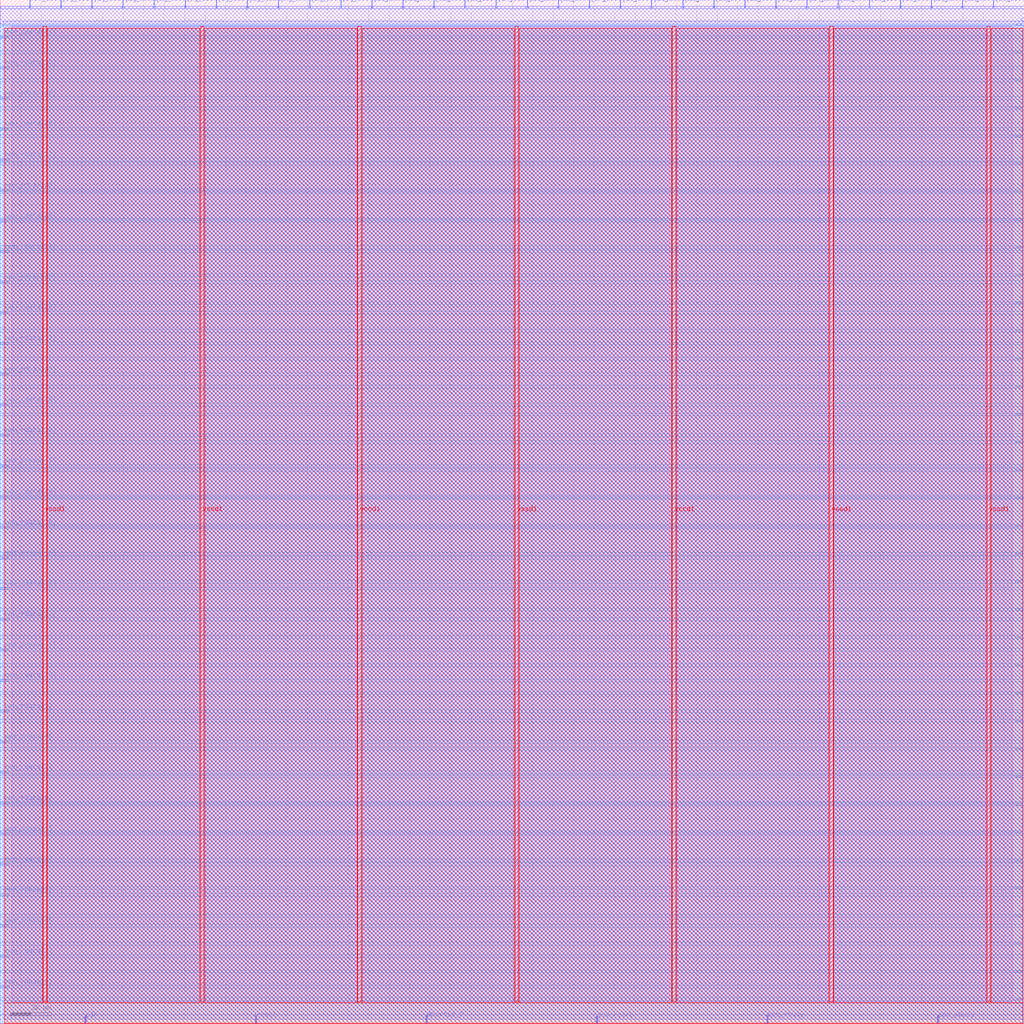
<source format=lef>
VERSION 5.7 ;
  NOWIREEXTENSIONATPIN ON ;
  DIVIDERCHAR "/" ;
  BUSBITCHARS "[]" ;
MACRO leorv32
  CLASS BLOCK ;
  FOREIGN leorv32 ;
  ORIGIN 0.000 0.000 ;
  SIZE 500.000 BY 500.000 ;
  PIN clk
    DIRECTION INPUT ;
    USE SIGNAL ;
    PORT
      LAYER met2 ;
        RECT 41.490 0.000 41.770 4.000 ;
    END
  END clk
  PIN mem_addr[0]
    DIRECTION OUTPUT TRISTATE ;
    USE SIGNAL ;
    PORT
      LAYER met2 ;
        RECT 14.350 496.000 14.630 500.000 ;
    END
  END mem_addr[0]
  PIN mem_addr[10]
    DIRECTION OUTPUT TRISTATE ;
    USE SIGNAL ;
    PORT
      LAYER met2 ;
        RECT 166.150 496.000 166.430 500.000 ;
    END
  END mem_addr[10]
  PIN mem_addr[11]
    DIRECTION OUTPUT TRISTATE ;
    USE SIGNAL ;
    PORT
      LAYER met2 ;
        RECT 181.330 496.000 181.610 500.000 ;
    END
  END mem_addr[11]
  PIN mem_addr[12]
    DIRECTION OUTPUT TRISTATE ;
    USE SIGNAL ;
    PORT
      LAYER met2 ;
        RECT 196.510 496.000 196.790 500.000 ;
    END
  END mem_addr[12]
  PIN mem_addr[13]
    DIRECTION OUTPUT TRISTATE ;
    USE SIGNAL ;
    PORT
      LAYER met2 ;
        RECT 211.690 496.000 211.970 500.000 ;
    END
  END mem_addr[13]
  PIN mem_addr[14]
    DIRECTION OUTPUT TRISTATE ;
    USE SIGNAL ;
    PORT
      LAYER met2 ;
        RECT 226.870 496.000 227.150 500.000 ;
    END
  END mem_addr[14]
  PIN mem_addr[15]
    DIRECTION OUTPUT TRISTATE ;
    USE SIGNAL ;
    PORT
      LAYER met2 ;
        RECT 242.050 496.000 242.330 500.000 ;
    END
  END mem_addr[15]
  PIN mem_addr[16]
    DIRECTION OUTPUT TRISTATE ;
    USE SIGNAL ;
    PORT
      LAYER met2 ;
        RECT 257.230 496.000 257.510 500.000 ;
    END
  END mem_addr[16]
  PIN mem_addr[17]
    DIRECTION OUTPUT TRISTATE ;
    USE SIGNAL ;
    PORT
      LAYER met2 ;
        RECT 272.410 496.000 272.690 500.000 ;
    END
  END mem_addr[17]
  PIN mem_addr[18]
    DIRECTION OUTPUT TRISTATE ;
    USE SIGNAL ;
    PORT
      LAYER met2 ;
        RECT 287.590 496.000 287.870 500.000 ;
    END
  END mem_addr[18]
  PIN mem_addr[19]
    DIRECTION OUTPUT TRISTATE ;
    USE SIGNAL ;
    PORT
      LAYER met2 ;
        RECT 302.770 496.000 303.050 500.000 ;
    END
  END mem_addr[19]
  PIN mem_addr[1]
    DIRECTION OUTPUT TRISTATE ;
    USE SIGNAL ;
    PORT
      LAYER met2 ;
        RECT 29.530 496.000 29.810 500.000 ;
    END
  END mem_addr[1]
  PIN mem_addr[20]
    DIRECTION OUTPUT TRISTATE ;
    USE SIGNAL ;
    PORT
      LAYER met2 ;
        RECT 317.950 496.000 318.230 500.000 ;
    END
  END mem_addr[20]
  PIN mem_addr[21]
    DIRECTION OUTPUT TRISTATE ;
    USE SIGNAL ;
    PORT
      LAYER met2 ;
        RECT 333.130 496.000 333.410 500.000 ;
    END
  END mem_addr[21]
  PIN mem_addr[22]
    DIRECTION OUTPUT TRISTATE ;
    USE SIGNAL ;
    PORT
      LAYER met2 ;
        RECT 348.310 496.000 348.590 500.000 ;
    END
  END mem_addr[22]
  PIN mem_addr[23]
    DIRECTION OUTPUT TRISTATE ;
    USE SIGNAL ;
    PORT
      LAYER met2 ;
        RECT 363.490 496.000 363.770 500.000 ;
    END
  END mem_addr[23]
  PIN mem_addr[24]
    DIRECTION OUTPUT TRISTATE ;
    USE SIGNAL ;
    PORT
      LAYER met2 ;
        RECT 378.670 496.000 378.950 500.000 ;
    END
  END mem_addr[24]
  PIN mem_addr[25]
    DIRECTION OUTPUT TRISTATE ;
    USE SIGNAL ;
    PORT
      LAYER met2 ;
        RECT 393.850 496.000 394.130 500.000 ;
    END
  END mem_addr[25]
  PIN mem_addr[26]
    DIRECTION OUTPUT TRISTATE ;
    USE SIGNAL ;
    PORT
      LAYER met2 ;
        RECT 409.030 496.000 409.310 500.000 ;
    END
  END mem_addr[26]
  PIN mem_addr[27]
    DIRECTION OUTPUT TRISTATE ;
    USE SIGNAL ;
    PORT
      LAYER met2 ;
        RECT 424.210 496.000 424.490 500.000 ;
    END
  END mem_addr[27]
  PIN mem_addr[28]
    DIRECTION OUTPUT TRISTATE ;
    USE SIGNAL ;
    PORT
      LAYER met2 ;
        RECT 439.390 496.000 439.670 500.000 ;
    END
  END mem_addr[28]
  PIN mem_addr[29]
    DIRECTION OUTPUT TRISTATE ;
    USE SIGNAL ;
    PORT
      LAYER met2 ;
        RECT 454.570 496.000 454.850 500.000 ;
    END
  END mem_addr[29]
  PIN mem_addr[2]
    DIRECTION OUTPUT TRISTATE ;
    USE SIGNAL ;
    PORT
      LAYER met2 ;
        RECT 44.710 496.000 44.990 500.000 ;
    END
  END mem_addr[2]
  PIN mem_addr[30]
    DIRECTION OUTPUT TRISTATE ;
    USE SIGNAL ;
    PORT
      LAYER met2 ;
        RECT 469.750 496.000 470.030 500.000 ;
    END
  END mem_addr[30]
  PIN mem_addr[31]
    DIRECTION OUTPUT TRISTATE ;
    USE SIGNAL ;
    PORT
      LAYER met2 ;
        RECT 484.930 496.000 485.210 500.000 ;
    END
  END mem_addr[31]
  PIN mem_addr[3]
    DIRECTION OUTPUT TRISTATE ;
    USE SIGNAL ;
    PORT
      LAYER met2 ;
        RECT 59.890 496.000 60.170 500.000 ;
    END
  END mem_addr[3]
  PIN mem_addr[4]
    DIRECTION OUTPUT TRISTATE ;
    USE SIGNAL ;
    PORT
      LAYER met2 ;
        RECT 75.070 496.000 75.350 500.000 ;
    END
  END mem_addr[4]
  PIN mem_addr[5]
    DIRECTION OUTPUT TRISTATE ;
    USE SIGNAL ;
    PORT
      LAYER met2 ;
        RECT 90.250 496.000 90.530 500.000 ;
    END
  END mem_addr[5]
  PIN mem_addr[6]
    DIRECTION OUTPUT TRISTATE ;
    USE SIGNAL ;
    PORT
      LAYER met2 ;
        RECT 105.430 496.000 105.710 500.000 ;
    END
  END mem_addr[6]
  PIN mem_addr[7]
    DIRECTION OUTPUT TRISTATE ;
    USE SIGNAL ;
    PORT
      LAYER met2 ;
        RECT 120.610 496.000 120.890 500.000 ;
    END
  END mem_addr[7]
  PIN mem_addr[8]
    DIRECTION OUTPUT TRISTATE ;
    USE SIGNAL ;
    PORT
      LAYER met2 ;
        RECT 135.790 496.000 136.070 500.000 ;
    END
  END mem_addr[8]
  PIN mem_addr[9]
    DIRECTION OUTPUT TRISTATE ;
    USE SIGNAL ;
    PORT
      LAYER met2 ;
        RECT 150.970 496.000 151.250 500.000 ;
    END
  END mem_addr[9]
  PIN mem_rbusy
    DIRECTION INPUT ;
    USE SIGNAL ;
    PORT
      LAYER met2 ;
        RECT 374.530 0.000 374.810 4.000 ;
    END
  END mem_rbusy
  PIN mem_rdata[0]
    DIRECTION INPUT ;
    USE SIGNAL ;
    PORT
      LAYER met3 ;
        RECT 0.000 17.720 4.000 18.320 ;
    END
  END mem_rdata[0]
  PIN mem_rdata[10]
    DIRECTION INPUT ;
    USE SIGNAL ;
    PORT
      LAYER met3 ;
        RECT 0.000 167.320 4.000 167.920 ;
    END
  END mem_rdata[10]
  PIN mem_rdata[11]
    DIRECTION INPUT ;
    USE SIGNAL ;
    PORT
      LAYER met3 ;
        RECT 0.000 182.280 4.000 182.880 ;
    END
  END mem_rdata[11]
  PIN mem_rdata[12]
    DIRECTION INPUT ;
    USE SIGNAL ;
    PORT
      LAYER met3 ;
        RECT 0.000 197.240 4.000 197.840 ;
    END
  END mem_rdata[12]
  PIN mem_rdata[13]
    DIRECTION INPUT ;
    USE SIGNAL ;
    PORT
      LAYER met3 ;
        RECT 0.000 212.200 4.000 212.800 ;
    END
  END mem_rdata[13]
  PIN mem_rdata[14]
    DIRECTION INPUT ;
    USE SIGNAL ;
    PORT
      LAYER met3 ;
        RECT 0.000 227.160 4.000 227.760 ;
    END
  END mem_rdata[14]
  PIN mem_rdata[15]
    DIRECTION INPUT ;
    USE SIGNAL ;
    PORT
      LAYER met3 ;
        RECT 0.000 242.120 4.000 242.720 ;
    END
  END mem_rdata[15]
  PIN mem_rdata[16]
    DIRECTION INPUT ;
    USE SIGNAL ;
    PORT
      LAYER met3 ;
        RECT 0.000 257.080 4.000 257.680 ;
    END
  END mem_rdata[16]
  PIN mem_rdata[17]
    DIRECTION INPUT ;
    USE SIGNAL ;
    PORT
      LAYER met3 ;
        RECT 0.000 272.040 4.000 272.640 ;
    END
  END mem_rdata[17]
  PIN mem_rdata[18]
    DIRECTION INPUT ;
    USE SIGNAL ;
    PORT
      LAYER met3 ;
        RECT 0.000 287.000 4.000 287.600 ;
    END
  END mem_rdata[18]
  PIN mem_rdata[19]
    DIRECTION INPUT ;
    USE SIGNAL ;
    PORT
      LAYER met3 ;
        RECT 0.000 301.960 4.000 302.560 ;
    END
  END mem_rdata[19]
  PIN mem_rdata[1]
    DIRECTION INPUT ;
    USE SIGNAL ;
    PORT
      LAYER met3 ;
        RECT 0.000 32.680 4.000 33.280 ;
    END
  END mem_rdata[1]
  PIN mem_rdata[20]
    DIRECTION INPUT ;
    USE SIGNAL ;
    PORT
      LAYER met3 ;
        RECT 0.000 316.920 4.000 317.520 ;
    END
  END mem_rdata[20]
  PIN mem_rdata[21]
    DIRECTION INPUT ;
    USE SIGNAL ;
    PORT
      LAYER met3 ;
        RECT 0.000 331.880 4.000 332.480 ;
    END
  END mem_rdata[21]
  PIN mem_rdata[22]
    DIRECTION INPUT ;
    USE SIGNAL ;
    PORT
      LAYER met3 ;
        RECT 0.000 346.840 4.000 347.440 ;
    END
  END mem_rdata[22]
  PIN mem_rdata[23]
    DIRECTION INPUT ;
    USE SIGNAL ;
    PORT
      LAYER met3 ;
        RECT 0.000 361.800 4.000 362.400 ;
    END
  END mem_rdata[23]
  PIN mem_rdata[24]
    DIRECTION INPUT ;
    USE SIGNAL ;
    PORT
      LAYER met3 ;
        RECT 0.000 376.760 4.000 377.360 ;
    END
  END mem_rdata[24]
  PIN mem_rdata[25]
    DIRECTION INPUT ;
    USE SIGNAL ;
    PORT
      LAYER met3 ;
        RECT 0.000 391.720 4.000 392.320 ;
    END
  END mem_rdata[25]
  PIN mem_rdata[26]
    DIRECTION INPUT ;
    USE SIGNAL ;
    PORT
      LAYER met3 ;
        RECT 0.000 406.680 4.000 407.280 ;
    END
  END mem_rdata[26]
  PIN mem_rdata[27]
    DIRECTION INPUT ;
    USE SIGNAL ;
    PORT
      LAYER met3 ;
        RECT 0.000 421.640 4.000 422.240 ;
    END
  END mem_rdata[27]
  PIN mem_rdata[28]
    DIRECTION INPUT ;
    USE SIGNAL ;
    PORT
      LAYER met3 ;
        RECT 0.000 436.600 4.000 437.200 ;
    END
  END mem_rdata[28]
  PIN mem_rdata[29]
    DIRECTION INPUT ;
    USE SIGNAL ;
    PORT
      LAYER met3 ;
        RECT 0.000 451.560 4.000 452.160 ;
    END
  END mem_rdata[29]
  PIN mem_rdata[2]
    DIRECTION INPUT ;
    USE SIGNAL ;
    PORT
      LAYER met3 ;
        RECT 0.000 47.640 4.000 48.240 ;
    END
  END mem_rdata[2]
  PIN mem_rdata[30]
    DIRECTION INPUT ;
    USE SIGNAL ;
    PORT
      LAYER met3 ;
        RECT 0.000 466.520 4.000 467.120 ;
    END
  END mem_rdata[30]
  PIN mem_rdata[31]
    DIRECTION INPUT ;
    USE SIGNAL ;
    PORT
      LAYER met3 ;
        RECT 0.000 481.480 4.000 482.080 ;
    END
  END mem_rdata[31]
  PIN mem_rdata[3]
    DIRECTION INPUT ;
    USE SIGNAL ;
    PORT
      LAYER met3 ;
        RECT 0.000 62.600 4.000 63.200 ;
    END
  END mem_rdata[3]
  PIN mem_rdata[4]
    DIRECTION INPUT ;
    USE SIGNAL ;
    PORT
      LAYER met3 ;
        RECT 0.000 77.560 4.000 78.160 ;
    END
  END mem_rdata[4]
  PIN mem_rdata[5]
    DIRECTION INPUT ;
    USE SIGNAL ;
    PORT
      LAYER met3 ;
        RECT 0.000 92.520 4.000 93.120 ;
    END
  END mem_rdata[5]
  PIN mem_rdata[6]
    DIRECTION INPUT ;
    USE SIGNAL ;
    PORT
      LAYER met3 ;
        RECT 0.000 107.480 4.000 108.080 ;
    END
  END mem_rdata[6]
  PIN mem_rdata[7]
    DIRECTION INPUT ;
    USE SIGNAL ;
    PORT
      LAYER met3 ;
        RECT 0.000 122.440 4.000 123.040 ;
    END
  END mem_rdata[7]
  PIN mem_rdata[8]
    DIRECTION INPUT ;
    USE SIGNAL ;
    PORT
      LAYER met3 ;
        RECT 0.000 137.400 4.000 138.000 ;
    END
  END mem_rdata[8]
  PIN mem_rdata[9]
    DIRECTION INPUT ;
    USE SIGNAL ;
    PORT
      LAYER met3 ;
        RECT 0.000 152.360 4.000 152.960 ;
    END
  END mem_rdata[9]
  PIN mem_rstrb
    DIRECTION OUTPUT TRISTATE ;
    USE SIGNAL ;
    PORT
      LAYER met2 ;
        RECT 291.270 0.000 291.550 4.000 ;
    END
  END mem_rstrb
  PIN mem_wbusy
    DIRECTION INPUT ;
    USE SIGNAL ;
    PORT
      LAYER met2 ;
        RECT 457.790 0.000 458.070 4.000 ;
    END
  END mem_wbusy
  PIN mem_wdata[0]
    DIRECTION OUTPUT TRISTATE ;
    USE SIGNAL ;
    PORT
      LAYER met3 ;
        RECT 496.000 11.600 500.000 12.200 ;
    END
  END mem_wdata[0]
  PIN mem_wdata[10]
    DIRECTION OUTPUT TRISTATE ;
    USE SIGNAL ;
    PORT
      LAYER met3 ;
        RECT 496.000 147.600 500.000 148.200 ;
    END
  END mem_wdata[10]
  PIN mem_wdata[11]
    DIRECTION OUTPUT TRISTATE ;
    USE SIGNAL ;
    PORT
      LAYER met3 ;
        RECT 496.000 161.200 500.000 161.800 ;
    END
  END mem_wdata[11]
  PIN mem_wdata[12]
    DIRECTION OUTPUT TRISTATE ;
    USE SIGNAL ;
    PORT
      LAYER met3 ;
        RECT 496.000 174.800 500.000 175.400 ;
    END
  END mem_wdata[12]
  PIN mem_wdata[13]
    DIRECTION OUTPUT TRISTATE ;
    USE SIGNAL ;
    PORT
      LAYER met3 ;
        RECT 496.000 188.400 500.000 189.000 ;
    END
  END mem_wdata[13]
  PIN mem_wdata[14]
    DIRECTION OUTPUT TRISTATE ;
    USE SIGNAL ;
    PORT
      LAYER met3 ;
        RECT 496.000 202.000 500.000 202.600 ;
    END
  END mem_wdata[14]
  PIN mem_wdata[15]
    DIRECTION OUTPUT TRISTATE ;
    USE SIGNAL ;
    PORT
      LAYER met3 ;
        RECT 496.000 215.600 500.000 216.200 ;
    END
  END mem_wdata[15]
  PIN mem_wdata[16]
    DIRECTION OUTPUT TRISTATE ;
    USE SIGNAL ;
    PORT
      LAYER met3 ;
        RECT 496.000 229.200 500.000 229.800 ;
    END
  END mem_wdata[16]
  PIN mem_wdata[17]
    DIRECTION OUTPUT TRISTATE ;
    USE SIGNAL ;
    PORT
      LAYER met3 ;
        RECT 496.000 242.800 500.000 243.400 ;
    END
  END mem_wdata[17]
  PIN mem_wdata[18]
    DIRECTION OUTPUT TRISTATE ;
    USE SIGNAL ;
    PORT
      LAYER met3 ;
        RECT 496.000 256.400 500.000 257.000 ;
    END
  END mem_wdata[18]
  PIN mem_wdata[19]
    DIRECTION OUTPUT TRISTATE ;
    USE SIGNAL ;
    PORT
      LAYER met3 ;
        RECT 496.000 270.000 500.000 270.600 ;
    END
  END mem_wdata[19]
  PIN mem_wdata[1]
    DIRECTION OUTPUT TRISTATE ;
    USE SIGNAL ;
    PORT
      LAYER met3 ;
        RECT 496.000 25.200 500.000 25.800 ;
    END
  END mem_wdata[1]
  PIN mem_wdata[20]
    DIRECTION OUTPUT TRISTATE ;
    USE SIGNAL ;
    PORT
      LAYER met3 ;
        RECT 496.000 283.600 500.000 284.200 ;
    END
  END mem_wdata[20]
  PIN mem_wdata[21]
    DIRECTION OUTPUT TRISTATE ;
    USE SIGNAL ;
    PORT
      LAYER met3 ;
        RECT 496.000 297.200 500.000 297.800 ;
    END
  END mem_wdata[21]
  PIN mem_wdata[22]
    DIRECTION OUTPUT TRISTATE ;
    USE SIGNAL ;
    PORT
      LAYER met3 ;
        RECT 496.000 310.800 500.000 311.400 ;
    END
  END mem_wdata[22]
  PIN mem_wdata[23]
    DIRECTION OUTPUT TRISTATE ;
    USE SIGNAL ;
    PORT
      LAYER met3 ;
        RECT 496.000 324.400 500.000 325.000 ;
    END
  END mem_wdata[23]
  PIN mem_wdata[24]
    DIRECTION OUTPUT TRISTATE ;
    USE SIGNAL ;
    PORT
      LAYER met3 ;
        RECT 496.000 338.000 500.000 338.600 ;
    END
  END mem_wdata[24]
  PIN mem_wdata[25]
    DIRECTION OUTPUT TRISTATE ;
    USE SIGNAL ;
    PORT
      LAYER met3 ;
        RECT 496.000 351.600 500.000 352.200 ;
    END
  END mem_wdata[25]
  PIN mem_wdata[26]
    DIRECTION OUTPUT TRISTATE ;
    USE SIGNAL ;
    PORT
      LAYER met3 ;
        RECT 496.000 365.200 500.000 365.800 ;
    END
  END mem_wdata[26]
  PIN mem_wdata[27]
    DIRECTION OUTPUT TRISTATE ;
    USE SIGNAL ;
    PORT
      LAYER met3 ;
        RECT 496.000 378.800 500.000 379.400 ;
    END
  END mem_wdata[27]
  PIN mem_wdata[28]
    DIRECTION OUTPUT TRISTATE ;
    USE SIGNAL ;
    PORT
      LAYER met3 ;
        RECT 496.000 392.400 500.000 393.000 ;
    END
  END mem_wdata[28]
  PIN mem_wdata[29]
    DIRECTION OUTPUT TRISTATE ;
    USE SIGNAL ;
    PORT
      LAYER met3 ;
        RECT 496.000 406.000 500.000 406.600 ;
    END
  END mem_wdata[29]
  PIN mem_wdata[2]
    DIRECTION OUTPUT TRISTATE ;
    USE SIGNAL ;
    PORT
      LAYER met3 ;
        RECT 496.000 38.800 500.000 39.400 ;
    END
  END mem_wdata[2]
  PIN mem_wdata[30]
    DIRECTION OUTPUT TRISTATE ;
    USE SIGNAL ;
    PORT
      LAYER met3 ;
        RECT 496.000 419.600 500.000 420.200 ;
    END
  END mem_wdata[30]
  PIN mem_wdata[31]
    DIRECTION OUTPUT TRISTATE ;
    USE SIGNAL ;
    PORT
      LAYER met3 ;
        RECT 496.000 433.200 500.000 433.800 ;
    END
  END mem_wdata[31]
  PIN mem_wdata[3]
    DIRECTION OUTPUT TRISTATE ;
    USE SIGNAL ;
    PORT
      LAYER met3 ;
        RECT 496.000 52.400 500.000 53.000 ;
    END
  END mem_wdata[3]
  PIN mem_wdata[4]
    DIRECTION OUTPUT TRISTATE ;
    USE SIGNAL ;
    PORT
      LAYER met3 ;
        RECT 496.000 66.000 500.000 66.600 ;
    END
  END mem_wdata[4]
  PIN mem_wdata[5]
    DIRECTION OUTPUT TRISTATE ;
    USE SIGNAL ;
    PORT
      LAYER met3 ;
        RECT 496.000 79.600 500.000 80.200 ;
    END
  END mem_wdata[5]
  PIN mem_wdata[6]
    DIRECTION OUTPUT TRISTATE ;
    USE SIGNAL ;
    PORT
      LAYER met3 ;
        RECT 496.000 93.200 500.000 93.800 ;
    END
  END mem_wdata[6]
  PIN mem_wdata[7]
    DIRECTION OUTPUT TRISTATE ;
    USE SIGNAL ;
    PORT
      LAYER met3 ;
        RECT 496.000 106.800 500.000 107.400 ;
    END
  END mem_wdata[7]
  PIN mem_wdata[8]
    DIRECTION OUTPUT TRISTATE ;
    USE SIGNAL ;
    PORT
      LAYER met3 ;
        RECT 496.000 120.400 500.000 121.000 ;
    END
  END mem_wdata[8]
  PIN mem_wdata[9]
    DIRECTION OUTPUT TRISTATE ;
    USE SIGNAL ;
    PORT
      LAYER met3 ;
        RECT 496.000 134.000 500.000 134.600 ;
    END
  END mem_wdata[9]
  PIN mem_wmask[0]
    DIRECTION OUTPUT TRISTATE ;
    USE SIGNAL ;
    PORT
      LAYER met3 ;
        RECT 496.000 446.800 500.000 447.400 ;
    END
  END mem_wmask[0]
  PIN mem_wmask[1]
    DIRECTION OUTPUT TRISTATE ;
    USE SIGNAL ;
    PORT
      LAYER met3 ;
        RECT 496.000 460.400 500.000 461.000 ;
    END
  END mem_wmask[1]
  PIN mem_wmask[2]
    DIRECTION OUTPUT TRISTATE ;
    USE SIGNAL ;
    PORT
      LAYER met3 ;
        RECT 496.000 474.000 500.000 474.600 ;
    END
  END mem_wmask[2]
  PIN mem_wmask[3]
    DIRECTION OUTPUT TRISTATE ;
    USE SIGNAL ;
    PORT
      LAYER met3 ;
        RECT 496.000 487.600 500.000 488.200 ;
    END
  END mem_wmask[3]
  PIN mhartid_0
    DIRECTION INPUT ;
    USE SIGNAL ;
    PORT
      LAYER met2 ;
        RECT 208.010 0.000 208.290 4.000 ;
    END
  END mhartid_0
  PIN reset
    DIRECTION INPUT ;
    USE SIGNAL ;
    PORT
      LAYER met2 ;
        RECT 124.750 0.000 125.030 4.000 ;
    END
  END reset
  PIN vccd1
    DIRECTION INOUT ;
    USE POWER ;
    PORT
      LAYER met4 ;
        RECT 21.040 10.640 22.640 487.120 ;
    END
    PORT
      LAYER met4 ;
        RECT 174.640 10.640 176.240 487.120 ;
    END
    PORT
      LAYER met4 ;
        RECT 328.240 10.640 329.840 487.120 ;
    END
    PORT
      LAYER met4 ;
        RECT 481.840 10.640 483.440 487.120 ;
    END
  END vccd1
  PIN vssd1
    DIRECTION INOUT ;
    USE GROUND ;
    PORT
      LAYER met4 ;
        RECT 97.840 10.640 99.440 487.120 ;
    END
    PORT
      LAYER met4 ;
        RECT 251.440 10.640 253.040 487.120 ;
    END
    PORT
      LAYER met4 ;
        RECT 405.040 10.640 406.640 487.120 ;
    END
  END vssd1
  OBS
      LAYER li1 ;
        RECT 5.520 10.795 494.040 486.965 ;
      LAYER met1 ;
        RECT 1.450 2.080 499.950 489.560 ;
      LAYER met2 ;
        RECT 0.090 495.720 14.070 496.810 ;
        RECT 14.910 495.720 29.250 496.810 ;
        RECT 30.090 495.720 44.430 496.810 ;
        RECT 45.270 495.720 59.610 496.810 ;
        RECT 60.450 495.720 74.790 496.810 ;
        RECT 75.630 495.720 89.970 496.810 ;
        RECT 90.810 495.720 105.150 496.810 ;
        RECT 105.990 495.720 120.330 496.810 ;
        RECT 121.170 495.720 135.510 496.810 ;
        RECT 136.350 495.720 150.690 496.810 ;
        RECT 151.530 495.720 165.870 496.810 ;
        RECT 166.710 495.720 181.050 496.810 ;
        RECT 181.890 495.720 196.230 496.810 ;
        RECT 197.070 495.720 211.410 496.810 ;
        RECT 212.250 495.720 226.590 496.810 ;
        RECT 227.430 495.720 241.770 496.810 ;
        RECT 242.610 495.720 256.950 496.810 ;
        RECT 257.790 495.720 272.130 496.810 ;
        RECT 272.970 495.720 287.310 496.810 ;
        RECT 288.150 495.720 302.490 496.810 ;
        RECT 303.330 495.720 317.670 496.810 ;
        RECT 318.510 495.720 332.850 496.810 ;
        RECT 333.690 495.720 348.030 496.810 ;
        RECT 348.870 495.720 363.210 496.810 ;
        RECT 364.050 495.720 378.390 496.810 ;
        RECT 379.230 495.720 393.570 496.810 ;
        RECT 394.410 495.720 408.750 496.810 ;
        RECT 409.590 495.720 423.930 496.810 ;
        RECT 424.770 495.720 439.110 496.810 ;
        RECT 439.950 495.720 454.290 496.810 ;
        RECT 455.130 495.720 469.470 496.810 ;
        RECT 470.310 495.720 484.650 496.810 ;
        RECT 485.490 495.720 499.920 496.810 ;
        RECT 0.090 4.280 499.920 495.720 ;
        RECT 0.090 0.155 41.210 4.280 ;
        RECT 42.050 0.155 124.470 4.280 ;
        RECT 125.310 0.155 207.730 4.280 ;
        RECT 208.570 0.155 290.990 4.280 ;
        RECT 291.830 0.155 374.250 4.280 ;
        RECT 375.090 0.155 457.510 4.280 ;
        RECT 458.350 0.155 499.920 4.280 ;
      LAYER met3 ;
        RECT 0.065 487.200 495.600 488.065 ;
        RECT 0.065 482.480 499.495 487.200 ;
        RECT 4.400 481.080 499.495 482.480 ;
        RECT 0.065 475.000 499.495 481.080 ;
        RECT 0.065 473.600 495.600 475.000 ;
        RECT 0.065 467.520 499.495 473.600 ;
        RECT 4.400 466.120 499.495 467.520 ;
        RECT 0.065 461.400 499.495 466.120 ;
        RECT 0.065 460.000 495.600 461.400 ;
        RECT 0.065 452.560 499.495 460.000 ;
        RECT 4.400 451.160 499.495 452.560 ;
        RECT 0.065 447.800 499.495 451.160 ;
        RECT 0.065 446.400 495.600 447.800 ;
        RECT 0.065 437.600 499.495 446.400 ;
        RECT 4.400 436.200 499.495 437.600 ;
        RECT 0.065 434.200 499.495 436.200 ;
        RECT 0.065 432.800 495.600 434.200 ;
        RECT 0.065 422.640 499.495 432.800 ;
        RECT 4.400 421.240 499.495 422.640 ;
        RECT 0.065 420.600 499.495 421.240 ;
        RECT 0.065 419.200 495.600 420.600 ;
        RECT 0.065 407.680 499.495 419.200 ;
        RECT 4.400 407.000 499.495 407.680 ;
        RECT 4.400 406.280 495.600 407.000 ;
        RECT 0.065 405.600 495.600 406.280 ;
        RECT 0.065 393.400 499.495 405.600 ;
        RECT 0.065 392.720 495.600 393.400 ;
        RECT 4.400 392.000 495.600 392.720 ;
        RECT 4.400 391.320 499.495 392.000 ;
        RECT 0.065 379.800 499.495 391.320 ;
        RECT 0.065 378.400 495.600 379.800 ;
        RECT 0.065 377.760 499.495 378.400 ;
        RECT 4.400 376.360 499.495 377.760 ;
        RECT 0.065 366.200 499.495 376.360 ;
        RECT 0.065 364.800 495.600 366.200 ;
        RECT 0.065 362.800 499.495 364.800 ;
        RECT 4.400 361.400 499.495 362.800 ;
        RECT 0.065 352.600 499.495 361.400 ;
        RECT 0.065 351.200 495.600 352.600 ;
        RECT 0.065 347.840 499.495 351.200 ;
        RECT 4.400 346.440 499.495 347.840 ;
        RECT 0.065 339.000 499.495 346.440 ;
        RECT 0.065 337.600 495.600 339.000 ;
        RECT 0.065 332.880 499.495 337.600 ;
        RECT 4.400 331.480 499.495 332.880 ;
        RECT 0.065 325.400 499.495 331.480 ;
        RECT 0.065 324.000 495.600 325.400 ;
        RECT 0.065 317.920 499.495 324.000 ;
        RECT 4.400 316.520 499.495 317.920 ;
        RECT 0.065 311.800 499.495 316.520 ;
        RECT 0.065 310.400 495.600 311.800 ;
        RECT 0.065 302.960 499.495 310.400 ;
        RECT 4.400 301.560 499.495 302.960 ;
        RECT 0.065 298.200 499.495 301.560 ;
        RECT 0.065 296.800 495.600 298.200 ;
        RECT 0.065 288.000 499.495 296.800 ;
        RECT 4.400 286.600 499.495 288.000 ;
        RECT 0.065 284.600 499.495 286.600 ;
        RECT 0.065 283.200 495.600 284.600 ;
        RECT 0.065 273.040 499.495 283.200 ;
        RECT 4.400 271.640 499.495 273.040 ;
        RECT 0.065 271.000 499.495 271.640 ;
        RECT 0.065 269.600 495.600 271.000 ;
        RECT 0.065 258.080 499.495 269.600 ;
        RECT 4.400 257.400 499.495 258.080 ;
        RECT 4.400 256.680 495.600 257.400 ;
        RECT 0.065 256.000 495.600 256.680 ;
        RECT 0.065 243.800 499.495 256.000 ;
        RECT 0.065 243.120 495.600 243.800 ;
        RECT 4.400 242.400 495.600 243.120 ;
        RECT 4.400 241.720 499.495 242.400 ;
        RECT 0.065 230.200 499.495 241.720 ;
        RECT 0.065 228.800 495.600 230.200 ;
        RECT 0.065 228.160 499.495 228.800 ;
        RECT 4.400 226.760 499.495 228.160 ;
        RECT 0.065 216.600 499.495 226.760 ;
        RECT 0.065 215.200 495.600 216.600 ;
        RECT 0.065 213.200 499.495 215.200 ;
        RECT 4.400 211.800 499.495 213.200 ;
        RECT 0.065 203.000 499.495 211.800 ;
        RECT 0.065 201.600 495.600 203.000 ;
        RECT 0.065 198.240 499.495 201.600 ;
        RECT 4.400 196.840 499.495 198.240 ;
        RECT 0.065 189.400 499.495 196.840 ;
        RECT 0.065 188.000 495.600 189.400 ;
        RECT 0.065 183.280 499.495 188.000 ;
        RECT 4.400 181.880 499.495 183.280 ;
        RECT 0.065 175.800 499.495 181.880 ;
        RECT 0.065 174.400 495.600 175.800 ;
        RECT 0.065 168.320 499.495 174.400 ;
        RECT 4.400 166.920 499.495 168.320 ;
        RECT 0.065 162.200 499.495 166.920 ;
        RECT 0.065 160.800 495.600 162.200 ;
        RECT 0.065 153.360 499.495 160.800 ;
        RECT 4.400 151.960 499.495 153.360 ;
        RECT 0.065 148.600 499.495 151.960 ;
        RECT 0.065 147.200 495.600 148.600 ;
        RECT 0.065 138.400 499.495 147.200 ;
        RECT 4.400 137.000 499.495 138.400 ;
        RECT 0.065 135.000 499.495 137.000 ;
        RECT 0.065 133.600 495.600 135.000 ;
        RECT 0.065 123.440 499.495 133.600 ;
        RECT 4.400 122.040 499.495 123.440 ;
        RECT 0.065 121.400 499.495 122.040 ;
        RECT 0.065 120.000 495.600 121.400 ;
        RECT 0.065 108.480 499.495 120.000 ;
        RECT 4.400 107.800 499.495 108.480 ;
        RECT 4.400 107.080 495.600 107.800 ;
        RECT 0.065 106.400 495.600 107.080 ;
        RECT 0.065 94.200 499.495 106.400 ;
        RECT 0.065 93.520 495.600 94.200 ;
        RECT 4.400 92.800 495.600 93.520 ;
        RECT 4.400 92.120 499.495 92.800 ;
        RECT 0.065 80.600 499.495 92.120 ;
        RECT 0.065 79.200 495.600 80.600 ;
        RECT 0.065 78.560 499.495 79.200 ;
        RECT 4.400 77.160 499.495 78.560 ;
        RECT 0.065 67.000 499.495 77.160 ;
        RECT 0.065 65.600 495.600 67.000 ;
        RECT 0.065 63.600 499.495 65.600 ;
        RECT 4.400 62.200 499.495 63.600 ;
        RECT 0.065 53.400 499.495 62.200 ;
        RECT 0.065 52.000 495.600 53.400 ;
        RECT 0.065 48.640 499.495 52.000 ;
        RECT 4.400 47.240 499.495 48.640 ;
        RECT 0.065 39.800 499.495 47.240 ;
        RECT 0.065 38.400 495.600 39.800 ;
        RECT 0.065 33.680 499.495 38.400 ;
        RECT 4.400 32.280 499.495 33.680 ;
        RECT 0.065 26.200 499.495 32.280 ;
        RECT 0.065 24.800 495.600 26.200 ;
        RECT 0.065 18.720 499.495 24.800 ;
        RECT 4.400 17.320 499.495 18.720 ;
        RECT 0.065 12.600 499.495 17.320 ;
        RECT 0.065 11.200 495.600 12.600 ;
        RECT 0.065 0.175 499.495 11.200 ;
      LAYER met4 ;
        RECT 2.135 10.240 20.640 486.025 ;
        RECT 23.040 10.240 97.440 486.025 ;
        RECT 99.840 10.240 174.240 486.025 ;
        RECT 176.640 10.240 251.040 486.025 ;
        RECT 253.440 10.240 327.840 486.025 ;
        RECT 330.240 10.240 404.640 486.025 ;
        RECT 407.040 10.240 481.440 486.025 ;
        RECT 483.840 10.240 499.265 486.025 ;
        RECT 2.135 0.175 499.265 10.240 ;
  END
END leorv32
END LIBRARY


</source>
